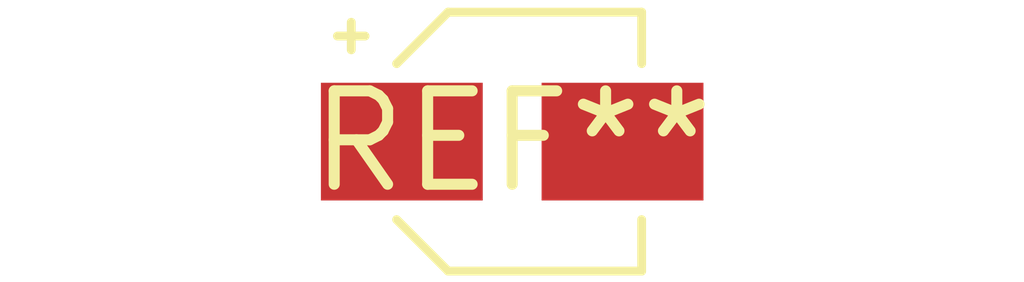
<source format=kicad_pcb>
(kicad_pcb (version 20240108) (generator pcbnew)
  (layers (0 "F.Cu" signal) (31 "B.Cu" signal) (34 "B.Paste" user) (35 "F.Paste" user) (36 "B.SilkS" user "B.Silkscreen") (37 "F.SilkS" user "F.Silkscreen") (38 "B.Mask" user) (39 "F.Mask" user) (44 "Edge.Cuts" user))
  (net 0 "")
  (footprint "CP_Elec_3x5.3" (layer "F.Cu") (at 0 0)
    (property "Reference" "REF**")
    (property "Value" "CP_Elec_3x5.3")
    (fp_line (start -2.375 -1.435) (end -2 -1.435) (layer "F.SilkS") (stroke (width 0.12)))
    (fp_line (start -2.1875 -1.6225) (end -2.1875 -1.2475) (layer "F.SilkS") (stroke (width 0.12)))
    (fp_line (start -1.570563 -1.06) (end -0.870563 -1.76) (layer "F.SilkS") (stroke (width 0.12)))
    (fp_line (start -1.570563 1.06) (end -0.870563 1.76) (layer "F.SilkS") (stroke (width 0.12)))
    (fp_line (start -0.870563 -1.76) (end 1.76 -1.76) (layer "F.SilkS") (stroke (width 0.12)))
    (fp_line (start -0.870563 1.76) (end 1.76 1.76) (layer "F.SilkS") (stroke (width 0.12)))
    (fp_line (start 1.76 -1.76) (end 1.76 -1.06) (layer "F.SilkS") (stroke (width 0.12)))
    (fp_line (start 1.76 1.76) (end 1.76 1.06) (layer "F.SilkS") (stroke (width 0.12)))
    (pad "1" smd rect (at -1.5 0) (size 2.2 1.6) (layers "F.Cu" "F.Paste" "F.Mask"))
    (pad "2" smd rect (at 1.5 0) (size 2.2 1.6) (layers "F.Cu" "F.Paste" "F.Mask"))
  )
)
</source>
